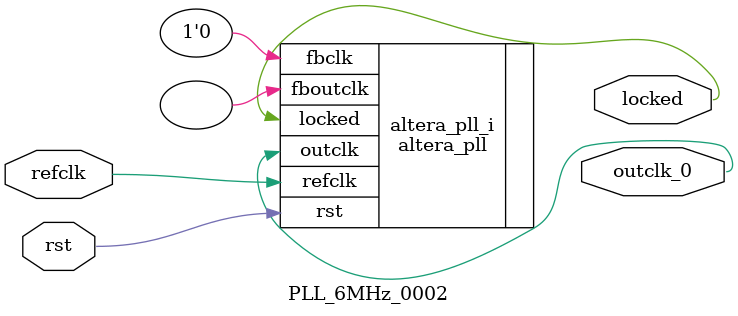
<source format=v>
`timescale 1ns/10ps
module  PLL_6MHz_0002(

	// interface 'refclk'
	input wire refclk,

	// interface 'reset'
	input wire rst,

	// interface 'outclk0'
	output wire outclk_0,

	// interface 'locked'
	output wire locked
);

	altera_pll #(
		.fractional_vco_multiplier("false"),
		.reference_clock_frequency("50.0 MHz"),
		.operation_mode("direct"),
		.number_of_clocks(1),
		.output_clock_frequency0("6.000000 MHz"),
		.phase_shift0("0 ps"),
		.duty_cycle0(50),
		.output_clock_frequency1("0 MHz"),
		.phase_shift1("0 ps"),
		.duty_cycle1(50),
		.output_clock_frequency2("0 MHz"),
		.phase_shift2("0 ps"),
		.duty_cycle2(50),
		.output_clock_frequency3("0 MHz"),
		.phase_shift3("0 ps"),
		.duty_cycle3(50),
		.output_clock_frequency4("0 MHz"),
		.phase_shift4("0 ps"),
		.duty_cycle4(50),
		.output_clock_frequency5("0 MHz"),
		.phase_shift5("0 ps"),
		.duty_cycle5(50),
		.output_clock_frequency6("0 MHz"),
		.phase_shift6("0 ps"),
		.duty_cycle6(50),
		.output_clock_frequency7("0 MHz"),
		.phase_shift7("0 ps"),
		.duty_cycle7(50),
		.output_clock_frequency8("0 MHz"),
		.phase_shift8("0 ps"),
		.duty_cycle8(50),
		.output_clock_frequency9("0 MHz"),
		.phase_shift9("0 ps"),
		.duty_cycle9(50),
		.output_clock_frequency10("0 MHz"),
		.phase_shift10("0 ps"),
		.duty_cycle10(50),
		.output_clock_frequency11("0 MHz"),
		.phase_shift11("0 ps"),
		.duty_cycle11(50),
		.output_clock_frequency12("0 MHz"),
		.phase_shift12("0 ps"),
		.duty_cycle12(50),
		.output_clock_frequency13("0 MHz"),
		.phase_shift13("0 ps"),
		.duty_cycle13(50),
		.output_clock_frequency14("0 MHz"),
		.phase_shift14("0 ps"),
		.duty_cycle14(50),
		.output_clock_frequency15("0 MHz"),
		.phase_shift15("0 ps"),
		.duty_cycle15(50),
		.output_clock_frequency16("0 MHz"),
		.phase_shift16("0 ps"),
		.duty_cycle16(50),
		.output_clock_frequency17("0 MHz"),
		.phase_shift17("0 ps"),
		.duty_cycle17(50),
		.pll_type("General"),
		.pll_subtype("General")
	) altera_pll_i (
		.rst	(rst),
		.outclk	({outclk_0}),
		.locked	(locked),
		.fboutclk	( ),
		.fbclk	(1'b0),
		.refclk	(refclk)
	);
endmodule


</source>
